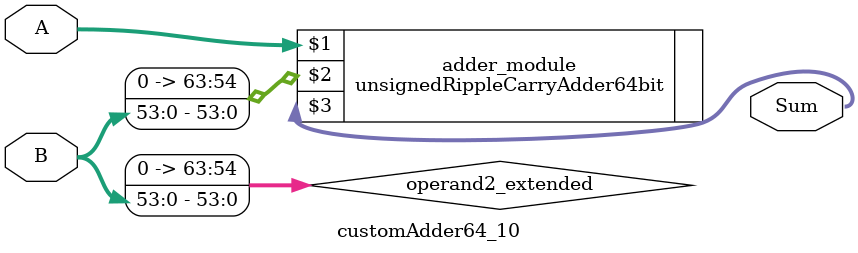
<source format=v>
module customAdder64_10(
                        input [63 : 0] A,
                        input [53 : 0] B,
                        
                        output [64 : 0] Sum
                );

        wire [63 : 0] operand2_extended;
        
        assign operand2_extended =  {10'b0, B};
        
        unsignedRippleCarryAdder64bit adder_module(
            A,
            operand2_extended,
            Sum
        );
        
        endmodule
        
</source>
